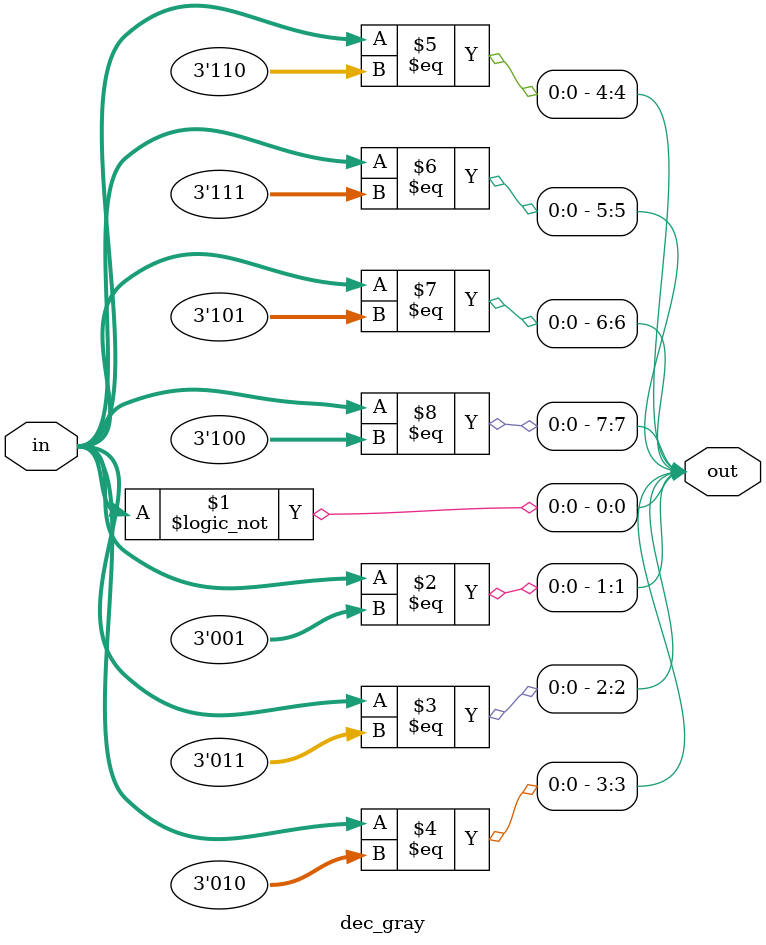
<source format=v>
module dec_gray (
    input  wire [2:0] in,
    output wire [7:0] out
);

    assign out[0] = in == 3'b000;
    assign out[1] = in == 3'b001;
    assign out[2] = in == 3'b011;
    assign out[3] = in == 3'b010;
    assign out[4] = in == 3'b110;
    assign out[5] = in == 3'b111;
    assign out[6] = in == 3'b101;
    assign out[7] = in == 3'b100;

endmodule
</source>
